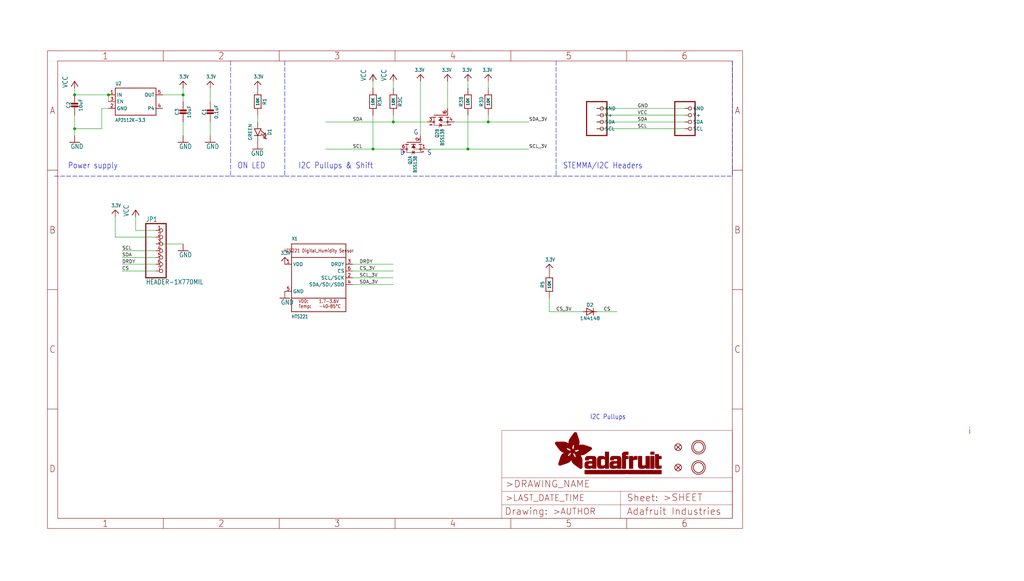
<source format=kicad_sch>
(kicad_sch (version 20211123) (generator eeschema)
  (paper "User" 383.54 217.881)
  (lib_symbols
    (symbol "eagleSchem-eagle-import:3.3V" (power)
      (property "Value" "3.3V" (at -1.524 1.016 0))
      (symbol "3.3V_1_0"
        (pin power_in line (at 0 -2.54 90) (length 2.54) (name "3.3V") (number "1"))
      )
    )
    (symbol "eagleSchem-eagle-import:CAP_CERAMIC0603_NO"
      (property "Reference" "C" (at -2.29 1.25 90))
      (property "Value" "CAP_CERAMIC0603_NO" (at 2.3 1.25 90))
      (symbol "CAP_CERAMIC0603_NO_1_0"
        (pin passive line (at 0 5.08 270) (length 2.54) (name "1") (number "1"))
        (pin passive line (at 0 -2.54 90) (length 2.54) (name "2") (number "2"))
      )
    )
    (symbol "eagleSchem-eagle-import:CAP_CERAMIC0805-NOOUTLINE"
      (property "Reference" "C" (at -2.29 1.25 90))
      (property "Value" "CAP_CERAMIC0805-NOOUTLINE" (at 2.3 1.25 90))
      (symbol "CAP_CERAMIC0805-NOOUTLINE_1_0"
        (pin passive line (at 0 5.08 270) (length 2.54) (name "1") (number "1"))
        (pin passive line (at 0 -2.54 90) (length 2.54) (name "2") (number "2"))
      )
    )
    (symbol "eagleSchem-eagle-import:DIODESOD-323"
      (property "Reference" "D" (at 0 2.54 0))
      (property "Value" "DIODESOD-323" (at 0 -2.5 0))
      (symbol "DIODESOD-323_1_0"
        (pin passive line (at -2.54 0 0) (length 2.54) (name "A") (number "A"))
        (pin passive line (at 2.54 0 180) (length 2.54) (name "C") (number "C"))
      )
    )
    (symbol "eagleSchem-eagle-import:FIDUCIAL_1MM")
    (symbol "eagleSchem-eagle-import:FRAME_A4_ADAFRUIT"
      (symbol "FRAME_A4_ADAFRUIT_0_0"
        (text "1" (at 21.6958 1.905 0) (effects (font (size 2.54 2.286))))
        (text "1" (at 21.6958 177.165 0) (effects (font (size 2.54 2.286))))
        (text "2" (at 65.0875 1.905 0) (effects (font (size 2.54 2.286))))
        (text "2" (at 65.0875 177.165 0) (effects (font (size 2.54 2.286))))
        (text "3" (at 108.4792 1.905 0) (effects (font (size 2.54 2.286))))
        (text "3" (at 108.4792 177.165 0) (effects (font (size 2.54 2.286))))
        (text "4" (at 151.8708 1.905 0) (effects (font (size 2.54 2.286))))
        (text "4" (at 151.8708 177.165 0) (effects (font (size 2.54 2.286))))
        (text "5" (at 195.2625 1.905 0) (effects (font (size 2.54 2.286))))
        (text "5" (at 195.2625 177.165 0) (effects (font (size 2.54 2.286))))
        (text "6" (at 238.6542 1.905 0) (effects (font (size 2.54 2.286))))
        (text "6" (at 238.6542 177.165 0) (effects (font (size 2.54 2.286))))
        (text "A" (at 1.905 156.6863 0) (effects (font (size 2.54 2.286))))
        (text "A" (at 258.445 156.6863 0) (effects (font (size 2.54 2.286))))
        (text "B" (at 1.905 111.9188 0) (effects (font (size 2.54 2.286))))
        (text "B" (at 258.445 111.9188 0) (effects (font (size 2.54 2.286))))
        (text "C" (at 1.905 67.1513 0) (effects (font (size 2.54 2.286))))
        (text "C" (at 258.445 67.1513 0) (effects (font (size 2.54 2.286))))
        (text "D" (at 1.905 22.3838 0) (effects (font (size 2.54 2.286))))
        (text "D" (at 258.445 22.3838 0) (effects (font (size 2.54 2.286))))
      )
      (symbol "FRAME_A4_ADAFRUIT_1_0"
        (text ">AUTHOR" (at 189.23 5.08 0) (effects (font (size 2.286 2.286)) (justify left bottom)))
        (text ">DRAWING_NAME" (at 171.45 15.24 0) (effects (font (size 2.54 2.54)) (justify left bottom)))
        (text ">LAST_DATE_TIME" (at 171.45 10.16 0) (effects (font (size 2.286 2.286)) (justify left bottom)))
        (text ">SHEET" (at 230.505 10.16 0) (effects (font (size 2.54 2.54)) (justify left bottom)))
        (text "Adafruit Industries" (at 216.916 4.953 0) (effects (font (size 2.54 2.54)) (justify left bottom)))
        (text "Drawing:" (at 171.196 4.953 0) (effects (font (size 2.54 2.54)) (justify left bottom)))
        (text "Sheet:" (at 216.916 10.033 0) (effects (font (size 2.54 2.54)) (justify left bottom)))
      )
    )
    (symbol "eagleSchem-eagle-import:GND" (power)
      (property "Value" "GND" (at -2.54 -2.54 0))
      (symbol "GND_1_0"
        (pin power_in line (at 0 2.54 270) (length 2.54) (name "GND") (number "1"))
      )
    )
    (symbol "eagleSchem-eagle-import:HEADER-1X770MIL"
      (property "Reference" "JP" (at -6.35 10.795 0))
      (property "Value" "HEADER-1X770MIL" (at -6.35 -12.7 0))
      (symbol "HEADER-1X770MIL_1_0"
        (pin passive inverted (at -2.54 7.62 0) (length 2.54) (name "1") (number "1"))
        (pin passive inverted (at -2.54 5.08 0) (length 2.54) (name "2") (number "2"))
        (pin passive inverted (at -2.54 2.54 0) (length 2.54) (name "3") (number "3"))
        (pin passive inverted (at -2.54 0 0) (length 2.54) (name "4") (number "4"))
        (pin passive inverted (at -2.54 -2.54 0) (length 2.54) (name "5") (number "5"))
        (pin passive inverted (at -2.54 -5.08 0) (length 2.54) (name "6") (number "6"))
        (pin passive inverted (at -2.54 -7.62 0) (length 2.54) (name "7") (number "7"))
      )
    )
    (symbol "eagleSchem-eagle-import:HTS221"
      (property "Reference" "X" (at -10.16 13.97 0))
      (property "Value" "HTS221" (at -10.16 -15.24 0))
      (symbol "HTS221_1_0"
        (text "-40~85°C" (at 0 -11.43 0) (effects (font (size 1.27 1.0795)) (justify left bottom)))
        (text "1.7-3.6V" (at 0 -9.525 0) (effects (font (size 1.27 1.0795)) (justify left bottom)))
        (text "HTS221 Digital_Humidity Sensor" (at 0 10.16 0) (effects (font (size 1.27 1.0795))))
        (text "Temp:" (at -7.62 -11.43 0) (effects (font (size 1.27 1.0795)) (justify left bottom)))
        (text "VDD:" (at -7.62 -9.525 0) (effects (font (size 1.27 1.0795)) (justify left bottom)))
        (pin power_in line (at -12.7 5.08 0) (length 2.54) (name "VDD") (number "1"))
        (pin input line (at 12.7 0 180) (length 2.54) (name "SCL/SCK") (number "2"))
        (pin output line (at 12.7 5.08 180) (length 2.54) (name "DRDY") (number "3"))
        (pin output line (at 12.7 -2.54 180) (length 2.54) (name "SDA/SDI/SDO") (number "4"))
        (pin power_in line (at -12.7 -5.08 0) (length 2.54) (name "GND") (number "5"))
        (pin input line (at 12.7 2.54 180) (length 2.54) (name "CS") (number "6"))
      )
    )
    (symbol "eagleSchem-eagle-import:LED0603_NOOUTLINE"
      (property "Reference" "D" (at -1.27 4.445 0))
      (property "Value" "LED0603_NOOUTLINE" (at -1.27 -2.794 0))
      (symbol "LED0603_NOOUTLINE_1_0"
        (pin passive line (at -5.08 0 0) (length 2.54) (name "A") (number "A"))
        (pin passive line (at 2.54 0 180) (length 2.54) (name "C") (number "C"))
      )
    )
    (symbol "eagleSchem-eagle-import:MOSFET-N_DUAL"
      (property "Reference" "Q" (at 5.08 0.635 0))
      (property "Value" "MOSFET-N_DUAL" (at 5.08 -1.27 0))
      (symbol "MOSFET-N_DUAL_1_0"
        (text "D" (at 3.175 3.175 0) (effects (font (size 0.8128 0.6908)) (justify left bottom)))
        (text "G" (at -1.27 -1.905 0) (effects (font (size 0.8128 0.6908)) (justify left bottom)))
        (text "S" (at 3.175 -3.81 0) (effects (font (size 0.8128 0.6908)) (justify left bottom)))
        (pin bidirectional line (at 2.54 -5.08 90) (length 2.54) (name "S") (number "1"))
        (pin bidirectional line (at -2.54 -2.54 0) (length 2.54) (name "G") (number "2"))
        (pin bidirectional line (at 2.54 5.08 270) (length 2.54) (name "D") (number "6"))
      )
      (symbol "MOSFET-N_DUAL_2_0"
        (text "D" (at 3.175 3.175 0) (effects (font (size 0.8128 0.6908)) (justify left bottom)))
        (text "G" (at -1.27 -1.905 0) (effects (font (size 0.8128 0.6908)) (justify left bottom)))
        (text "S" (at 3.175 -3.81 0) (effects (font (size 0.8128 0.6908)) (justify left bottom)))
        (pin bidirectional line (at 2.54 5.08 270) (length 2.54) (name "D") (number "3"))
        (pin bidirectional line (at 2.54 -5.08 90) (length 2.54) (name "S") (number "4"))
        (pin bidirectional line (at -2.54 -2.54 0) (length 2.54) (name "G") (number "5"))
      )
    )
    (symbol "eagleSchem-eagle-import:MOUNTINGHOLE2.5")
    (symbol "eagleSchem-eagle-import:RESISTOR_0603_NOOUT"
      (property "Reference" "R" (at 0 2.54 0))
      (property "Value" "RESISTOR_0603_NOOUT" (at 0 0 0))
      (symbol "RESISTOR_0603_NOOUT_1_0"
        (pin passive line (at -5.08 0 0) (length 2.54) (name "1") (number "1"))
        (pin passive line (at 5.08 0 180) (length 2.54) (name "2") (number "2"))
      )
    )
    (symbol "eagleSchem-eagle-import:RESISTOR_4PACK"
      (property "Reference" "R" (at 0 2.54 0))
      (property "Value" "RESISTOR_4PACK" (at 0 0 0))
      (symbol "RESISTOR_4PACK_1_0"
        (pin passive line (at -5.08 0 0) (length 2.54) (name "1") (number "1"))
        (pin passive line (at 5.08 0 180) (length 2.54) (name "2") (number "8"))
      )
      (symbol "RESISTOR_4PACK_2_0"
        (pin passive line (at -5.08 0 0) (length 2.54) (name "1") (number "2"))
        (pin passive line (at 5.08 0 180) (length 2.54) (name "2") (number "7"))
      )
      (symbol "RESISTOR_4PACK_3_0"
        (pin passive line (at -5.08 0 0) (length 2.54) (name "1") (number "3"))
        (pin passive line (at 5.08 0 180) (length 2.54) (name "2") (number "6"))
      )
      (symbol "RESISTOR_4PACK_4_0"
        (pin passive line (at -5.08 0 0) (length 2.54) (name "1") (number "4"))
        (pin passive line (at 5.08 0 180) (length 2.54) (name "2") (number "5"))
      )
    )
    (symbol "eagleSchem-eagle-import:STEMMA_I2C_QT"
      (symbol "STEMMA_I2C_QT_1_0"
        (pin passive inverted (at 0 5.08 0) (length 2.54) (name "GND") (number "1"))
        (pin passive inverted (at 0 2.54 0) (length 2.54) (name "V+") (number "2"))
        (pin passive inverted (at 0 0 0) (length 2.54) (name "SDA") (number "3"))
        (pin passive inverted (at 0 -2.54 0) (length 2.54) (name "SCL") (number "4"))
      )
      (symbol "STEMMA_I2C_QT_2_0"
        (pin bidirectional line (at 0 0 0) (length 5.08) (name "MT") (number "MT1"))
      )
      (symbol "STEMMA_I2C_QT_3_0"
        (pin bidirectional line (at 0 0 0) (length 5.08) (name "MT") (number "MT2"))
      )
    )
    (symbol "eagleSchem-eagle-import:VCC" (power)
      (property "Value" "VCC" (at -2.54 -2.54 90))
      (symbol "VCC_1_0"
        (pin power_in line (at 0 -2.54 90) (length 2.54) (name "VCC") (number "1"))
      )
    )
    (symbol "eagleSchem-eagle-import:VREG_SOT23-5"
      (property "Reference" "U" (at -7.62 6.096 0))
      (property "Value" "VREG_SOT23-5" (at -7.62 -7.62 0))
      (symbol "VREG_SOT23-5_1_0"
        (pin power_in line (at -10.16 2.54 0) (length 2.54) (name "IN") (number "1"))
        (pin power_in line (at -10.16 -2.54 0) (length 2.54) (name "GND") (number "2"))
        (pin input line (at -10.16 0 0) (length 2.54) (name "EN") (number "3"))
        (pin bidirectional line (at 10.16 -2.54 180) (length 2.54) (name "P4") (number "4"))
        (pin power_in line (at 10.16 2.54 180) (length 2.54) (name "OUT") (number "5"))
      )
    )
  )
  (junction (at 27.94 35.56))
  (junction (at 68.58 35.56))
  (junction (at 27.94 48.26))
  (junction (at 175.26 55.88))
  (junction (at 182.88 45.72))
  (junction (at 139.7 55.88))
  (junction (at 147.32 45.72))
  (junction (at 40.64 35.56))
  (wire (pts (xy 43.18 88.9) (xy 43.18 81.28)))
  (wire (pts (xy 38.1 40.64) (xy 38.1 48.26)))
  (wire (pts (xy 147.32 33.02) (xy 147.32 30.48)))
  (polyline (pts (xy 106.68 22.86) (xy 106.68 66.04)))
  (wire (pts (xy 58.42 86.36) (xy 50.8 86.36)))
  (wire (pts (xy 132.08 104.14) (xy 147.32 104.14)))
  (wire (pts (xy 256.54 45.72) (xy 223.52 45.72)))
  (wire (pts (xy 60.96 35.56) (xy 68.58 35.56)))
  (wire (pts (xy 68.58 45.72) (xy 68.58 50.8)))
  (wire (pts (xy 147.32 45.72) (xy 121.92 45.72)))
  (wire (pts (xy 147.32 43.18) (xy 147.32 45.72)))
  (wire (pts (xy 182.88 45.72) (xy 198.12 45.72)))
  (wire (pts (xy 58.42 88.9) (xy 43.18 88.9)))
  (wire (pts (xy 27.94 33.02) (xy 27.94 35.56)))
  (wire (pts (xy 68.58 35.56) (xy 68.58 38.1)))
  (wire (pts (xy 160.02 45.72) (xy 147.32 45.72)))
  (polyline (pts (xy 208.28 66.04) (xy 274.32 66.04)))
  (wire (pts (xy 40.64 35.56) (xy 27.94 35.56)))
  (wire (pts (xy 223.52 43.18) (xy 256.54 43.18)))
  (wire (pts (xy 139.7 43.18) (xy 139.7 55.88)))
  (wire (pts (xy 68.58 35.56) (xy 68.58 33.02)))
  (wire (pts (xy 175.26 33.02) (xy 175.26 30.48)))
  (wire (pts (xy 223.52 48.26) (xy 256.54 48.26)))
  (wire (pts (xy 175.26 43.18) (xy 175.26 55.88)))
  (wire (pts (xy 58.42 101.6) (xy 45.72 101.6)))
  (polyline (pts (xy 20.32 66.04) (xy 86.36 66.04)))
  (wire (pts (xy 58.42 96.52) (xy 45.72 96.52)))
  (wire (pts (xy 182.88 43.18) (xy 182.88 45.72)))
  (wire (pts (xy 223.52 116.84) (xy 231.14 116.84)))
  (wire (pts (xy 139.7 55.88) (xy 121.92 55.88)))
  (wire (pts (xy 50.8 86.36) (xy 50.8 81.28)))
  (wire (pts (xy 58.42 91.44) (xy 68.58 91.44)))
  (polyline (pts (xy 274.32 22.86) (xy 274.32 66.04)))
  (wire (pts (xy 27.94 48.26) (xy 27.94 43.18)))
  (wire (pts (xy 149.86 55.88) (xy 139.7 55.88)))
  (wire (pts (xy 27.94 48.26) (xy 27.94 50.8)))
  (polyline (pts (xy 208.28 22.86) (xy 208.28 66.04)))
  (wire (pts (xy 182.88 33.02) (xy 182.88 30.48)))
  (polyline (pts (xy 86.36 66.04) (xy 106.68 66.04)))
  (polyline (pts (xy 86.36 22.86) (xy 86.36 66.04)))
  (wire (pts (xy 139.7 30.48) (xy 139.7 33.02)))
  (wire (pts (xy 175.26 55.88) (xy 198.12 55.88)))
  (wire (pts (xy 167.64 40.64) (xy 167.64 30.48)))
  (wire (pts (xy 256.54 40.64) (xy 223.52 40.64)))
  (wire (pts (xy 160.02 55.88) (xy 175.26 55.88)))
  (wire (pts (xy 38.1 48.26) (xy 27.94 48.26)))
  (wire (pts (xy 132.08 99.06) (xy 147.32 99.06)))
  (wire (pts (xy 40.64 38.1) (xy 40.64 35.56)))
  (wire (pts (xy 96.52 45.72) (xy 96.52 43.18)))
  (wire (pts (xy 78.74 33.02) (xy 78.74 38.1)))
  (wire (pts (xy 205.74 116.84) (xy 205.74 111.76)))
  (wire (pts (xy 58.42 93.98) (xy 45.72 93.98)))
  (wire (pts (xy 218.44 116.84) (xy 205.74 116.84)))
  (wire (pts (xy 157.48 50.8) (xy 157.48 30.48)))
  (wire (pts (xy 40.64 40.64) (xy 38.1 40.64)))
  (wire (pts (xy 58.42 99.06) (xy 45.72 99.06)))
  (wire (pts (xy 78.74 45.72) (xy 78.74 50.8)))
  (wire (pts (xy 147.32 106.68) (xy 132.08 106.68)))
  (wire (pts (xy 132.08 101.6) (xy 147.32 101.6)))
  (polyline (pts (xy 106.68 66.04) (xy 208.28 66.04)))
  (polyline (pts (xy 363.22 162.56) (xy 363.22 160.02)))
  (wire (pts (xy 170.18 45.72) (xy 182.88 45.72)))
  (text "Power supply" (at 25.4 63.5 180) (effects (font (size 2.1844 1.8567)) (justify left bottom)))
  (text "STEMMA/I2C Headers" (at 210.82 63.5 180) (effects (font (size 2.1844 1.8567)) (justify left bottom)))
  (text "G" (at 154.94 50.8 180) (effects (font (size 1.778 1.5113)) (justify left bottom)))
  (text "ON LED" (at 88.9 63.5 180) (effects (font (size 2.1844 1.8567)) (justify left bottom)))
  (text "S" (at 160.02 58.42 180) (effects (font (size 1.778 1.5113)) (justify left bottom)))
  (text "D" (at 149.86 58.42 180) (effects (font (size 1.778 1.5113)) (justify left bottom)))
  (text "I2C Pullups & Shift" (at 111.76 63.5 180) (effects (font (size 2.1844 1.8567)) (justify left bottom)))
  (text "I2C Pullups" (at 220.98 157.48 180) (effects (font (size 1.778 1.5113)) (justify left bottom)))
  (label "SCL_3V" (at 134.62 104.14 0) (effects (font (size 1.2446 1.2446))))
  (label "CS_3V" (at 134.62 101.6 0) (effects (font (size 1.2446 1.2446))))
  (label "SCL_3V" (at 198.12 55.88 0) (effects (font (size 1.2446 1.2446))))
  (label "SCL" (at 238.76 48.26 0) (effects (font (size 1.2446 1.2446))))
  (label "VCC" (at 238.76 43.18 0) (effects (font (size 1.2446 1.2446))))
  (label "SCL" (at 132.08 55.88 0) (effects (font (size 1.2446 1.2446))))
  (label "CS" (at 226.06 116.84 0) (effects (font (size 1.2446 1.2446))))
  (label "CS" (at 45.72 101.6 0) (effects (font (size 1.2446 1.2446))))
  (label "GND" (at 238.76 40.64 0) (effects (font (size 1.2446 1.2446))))
  (label "CS_3V" (at 208.28 116.84 0) (effects (font (size 1.2446 1.2446))))
  (label "DRDY" (at 134.62 99.06 0) (effects (font (size 1.2446 1.2446))))
  (label "SDA_3V" (at 134.62 106.68 0) (effects (font (size 1.2446 1.2446))))
  (label "SDA_3V" (at 198.12 45.72 0) (effects (font (size 1.2446 1.2446))))
  (label "SDA" (at 132.08 45.72 0) (effects (font (size 1.2446 1.2446))))
  (label "DRDY" (at 45.72 99.06 0) (effects (font (size 1.2446 1.2446))))
  (label "SCL" (at 45.72 93.98 0) (effects (font (size 1.2446 1.2446))))
  (label "SDA" (at 238.76 45.72 0) (effects (font (size 1.2446 1.2446))))
  (label "SDA" (at 45.72 96.52 0) (effects (font (size 1.2446 1.2446))))
  (symbol (lib_id "eagleSchem-eagle-import:FIDUCIAL_1MM") (at 254 167.64 0) (unit 1)
    (property "Reference" "FID4" (effects hide))
    (property "Value" "FIDUCIAL_1MM" (effects hide))
    (property "Footprint" "eagleSchem:FIDUCIAL_1MM" (effects hide))
  )
  (symbol (lib_id "eagleSchem-eagle-import:GND") (at 106.68 111.76 0) (unit 1)
    (property "Reference" "#U$11" (effects hide))
    (property "Value" "GND" (at 105.156 114.3 0) (effects (font (size 1.778 1.5113)) (justify left bottom)))
    (property "Footprint" "eagleSchem:" (effects hide))
  )
  (symbol (lib_id "eagleSchem-eagle-import:3.3V") (at 43.18 78.74 0) (unit 1)
    (property "Reference" "#U$16" (effects hide))
    (property "Value" "3.3V" (at 41.656 77.724 0) (effects (font (size 1.27 1.0795)) (justify left bottom)))
    (property "Footprint" "eagleSchem:" (effects hide))
  )
  (symbol (lib_id "eagleSchem-eagle-import:3.3V") (at 68.58 30.48 0) (unit 1)
    (property "Reference" "#U$15" (effects hide))
    (property "Value" "3.3V" (at 67.056 29.464 0) (effects (font (size 1.27 1.0795)) (justify left bottom)))
    (property "Footprint" "eagleSchem:" (effects hide))
  )
  (symbol (lib_id "eagleSchem-eagle-import:VCC") (at 139.7 27.94 0) (unit 1)
    (property "Reference" "#P+1" (effects hide))
    (property "Value" "VCC" (at 137.16 30.48 90) (effects (font (size 1.778 1.5113)) (justify left bottom)))
    (property "Footprint" "eagleSchem:" (effects hide))
  )
  (symbol (lib_id "eagleSchem-eagle-import:MOSFET-N_DUAL") (at 154.94 53.34 90) (mirror x) (unit 1)
    (property "Reference" "Q2" (at 154.305 58.42 0) (effects (font (size 1.27 1.0795)) (justify left bottom)))
    (property "Value" "BSS138" (at 156.21 58.42 0) (effects (font (size 1.27 1.0795)) (justify left bottom)))
    (property "Footprint" "eagleSchem:SOT363" (effects hide))
  )
  (symbol (lib_id "eagleSchem-eagle-import:DIODESOD-323") (at 220.98 116.84 0) (unit 1)
    (property "Reference" "D2" (at 220.98 114.3 0))
    (property "Value" "1N4148" (at 220.98 119.34 0))
    (property "Footprint" "eagleSchem:SOD-323" (effects hide))
  )
  (symbol (lib_id "eagleSchem-eagle-import:FIDUCIAL_1MM") (at 254 175.26 0) (unit 1)
    (property "Reference" "FID3" (effects hide))
    (property "Value" "FIDUCIAL_1MM" (effects hide))
    (property "Footprint" "eagleSchem:FIDUCIAL_1MM" (effects hide))
  )
  (symbol (lib_id "eagleSchem-eagle-import:VREG_SOT23-5") (at 50.8 38.1 0) (unit 1)
    (property "Reference" "U2" (at 43.18 32.004 0) (effects (font (size 1.27 1.0795)) (justify left bottom)))
    (property "Value" "AP2112K-3.3" (at 43.18 45.72 0) (effects (font (size 1.27 1.0795)) (justify left bottom)))
    (property "Footprint" "eagleSchem:SOT23-5" (effects hide))
  )
  (symbol (lib_id "eagleSchem-eagle-import:3.3V") (at 157.48 27.94 0) (mirror y) (unit 1)
    (property "Reference" "#U$26" (effects hide))
    (property "Value" "3.3V" (at 159.004 26.924 0) (effects (font (size 1.27 1.0795)) (justify left bottom)))
    (property "Footprint" "eagleSchem:" (effects hide))
  )
  (symbol (lib_id "eagleSchem-eagle-import:VCC") (at 27.94 30.48 0) (unit 1)
    (property "Reference" "#P+3" (effects hide))
    (property "Value" "VCC" (at 25.4 33.02 90) (effects (font (size 1.778 1.5113)) (justify left bottom)))
    (property "Footprint" "eagleSchem:" (effects hide))
  )
  (symbol (lib_id "eagleSchem-eagle-import:CAP_CERAMIC0805-NOOUTLINE") (at 68.58 43.18 0) (unit 1)
    (property "Reference" "C3" (at 66.29 41.93 90))
    (property "Value" "10uF" (at 70.88 41.93 90))
    (property "Footprint" "eagleSchem:0805-NO" (effects hide))
  )
  (symbol (lib_id "eagleSchem-eagle-import:MOUNTINGHOLE2.5") (at 261.62 175.26 0) (unit 1)
    (property "Reference" "U$1" (effects hide))
    (property "Value" "MOUNTINGHOLE2.5" (effects hide))
    (property "Footprint" "eagleSchem:MOUNTINGHOLE_2.5_PLATED" (effects hide))
  )
  (symbol (lib_id "eagleSchem-eagle-import:VCC") (at 147.32 27.94 0) (unit 1)
    (property "Reference" "#P+2" (effects hide))
    (property "Value" "VCC" (at 144.78 30.48 90) (effects (font (size 1.778 1.5113)) (justify left bottom)))
    (property "Footprint" "eagleSchem:" (effects hide))
  )
  (symbol (lib_id "eagleSchem-eagle-import:MOSFET-N_DUAL") (at 165.1 43.18 90) (mirror x) (unit 2)
    (property "Reference" "Q2" (at 164.465 48.26 0) (effects (font (size 1.27 1.0795)) (justify left bottom)))
    (property "Value" "BSS138" (at 166.37 48.26 0) (effects (font (size 1.27 1.0795)) (justify left bottom)))
    (property "Footprint" "eagleSchem:SOT363" (effects hide))
  )
  (symbol (lib_id "eagleSchem-eagle-import:RESISTOR_4PACK") (at 182.88 38.1 90) (mirror x) (unit 4)
    (property "Reference" "R3" (at 180.34 38.1 0))
    (property "Value" "10K" (at 182.88 38.1 0) (effects (font (size 1.016 1.016) bold)))
    (property "Footprint" "eagleSchem:RESPACK_4X0603" (effects hide))
  )
  (symbol (lib_id "eagleSchem-eagle-import:3.3V") (at 175.26 27.94 0) (mirror y) (unit 1)
    (property "Reference" "#U$24" (effects hide))
    (property "Value" "3.3V" (at 176.784 26.924 0) (effects (font (size 1.27 1.0795)) (justify left bottom)))
    (property "Footprint" "eagleSchem:" (effects hide))
  )
  (symbol (lib_id "eagleSchem-eagle-import:GND") (at 27.94 53.34 0) (unit 1)
    (property "Reference" "#U$13" (effects hide))
    (property "Value" "GND" (at 26.416 55.88 0) (effects (font (size 1.778 1.5113)) (justify left bottom)))
    (property "Footprint" "eagleSchem:" (effects hide))
  )
  (symbol (lib_id "eagleSchem-eagle-import:HEADER-1X770MIL") (at 60.96 93.98 0) (unit 1)
    (property "Reference" "JP1" (at 54.61 83.185 0) (effects (font (size 1.778 1.5113)) (justify left bottom)))
    (property "Value" "HEADER-1X770MIL" (at 54.61 106.68 0) (effects (font (size 1.778 1.5113)) (justify left bottom)))
    (property "Footprint" "eagleSchem:1X07_ROUND_70" (effects hide))
  )
  (symbol (lib_id "eagleSchem-eagle-import:RESISTOR_0603_NOOUT") (at 96.52 38.1 270) (unit 1)
    (property "Reference" "R1" (at 99.06 38.1 0))
    (property "Value" "10K" (at 96.52 38.1 0) (effects (font (size 1.016 1.016) bold)))
    (property "Footprint" "eagleSchem:0603-NO" (effects hide))
  )
  (symbol (lib_id "eagleSchem-eagle-import:LED0603_NOOUTLINE") (at 96.52 50.8 270) (unit 1)
    (property "Reference" "D1" (at 100.965 49.53 0))
    (property "Value" "GREEN" (at 93.726 49.53 0))
    (property "Footprint" "eagleSchem:CHIPLED_0603_NOOUTLINE" (effects hide))
  )
  (symbol (lib_id "eagleSchem-eagle-import:RESISTOR_0603_NOOUT") (at 205.74 106.68 90) (unit 1)
    (property "Reference" "R5" (at 203.2 106.68 0))
    (property "Value" "10K" (at 205.74 106.68 0) (effects (font (size 1.016 1.016) bold)))
    (property "Footprint" "eagleSchem:0603-NO" (effects hide))
  )
  (symbol (lib_id "eagleSchem-eagle-import:3.3V") (at 78.74 30.48 0) (unit 1)
    (property "Reference" "#U$14" (effects hide))
    (property "Value" "3.3V" (at 77.216 29.464 0) (effects (font (size 1.27 1.0795)) (justify left bottom)))
    (property "Footprint" "eagleSchem:" (effects hide))
  )
  (symbol (lib_id "eagleSchem-eagle-import:GND") (at 68.58 53.34 0) (unit 1)
    (property "Reference" "#U$5" (effects hide))
    (property "Value" "GND" (at 67.056 55.88 0) (effects (font (size 1.778 1.5113)) (justify left bottom)))
    (property "Footprint" "eagleSchem:" (effects hide))
  )
  (symbol (lib_id "eagleSchem-eagle-import:VCC") (at 50.8 78.74 0) (unit 1)
    (property "Reference" "#P+4" (effects hide))
    (property "Value" "VCC" (at 48.26 81.28 90) (effects (font (size 1.778 1.5113)) (justify left bottom)))
    (property "Footprint" "eagleSchem:" (effects hide))
  )
  (symbol (lib_id "eagleSchem-eagle-import:RESISTOR_4PACK") (at 147.32 38.1 270) (unit 3)
    (property "Reference" "R3" (at 149.86 38.1 0))
    (property "Value" "10K" (at 147.32 38.1 0) (effects (font (size 1.016 1.016) bold)))
    (property "Footprint" "eagleSchem:RESPACK_4X0603" (effects hide))
  )
  (symbol (lib_id "eagleSchem-eagle-import:STEMMA_I2C_QT") (at 256.54 45.72 0) (unit 1)
    (property "Reference" "CONN4" (effects hide))
    (property "Value" "STEMMA_I2C_QT" (effects hide))
    (property "Footprint" "eagleSchem:JST_SH4" (effects hide))
  )
  (symbol (lib_id "eagleSchem-eagle-import:MOUNTINGHOLE2.5") (at 261.62 167.64 0) (unit 1)
    (property "Reference" "U$17" (effects hide))
    (property "Value" "MOUNTINGHOLE2.5" (effects hide))
    (property "Footprint" "eagleSchem:MOUNTINGHOLE_2.5_PLATED" (effects hide))
  )
  (symbol (lib_id "eagleSchem-eagle-import:GND") (at 78.74 53.34 0) (unit 1)
    (property "Reference" "#U$6" (effects hide))
    (property "Value" "GND" (at 77.216 55.88 0) (effects (font (size 1.778 1.5113)) (justify left bottom)))
    (property "Footprint" "eagleSchem:" (effects hide))
  )
  (symbol (lib_id "eagleSchem-eagle-import:FRAME_A4_ADAFRUIT") (at 17.78 198.12 0) (unit 1)
    (property "Reference" "#U$18" (effects hide))
    (property "Value" "FRAME_A4_ADAFRUIT" (effects hide))
    (property "Footprint" "eagleSchem:" (effects hide))
  )
  (symbol (lib_id "eagleSchem-eagle-import:3.3V") (at 182.88 27.94 0) (mirror y) (unit 1)
    (property "Reference" "#U$7" (effects hide))
    (property "Value" "3.3V" (at 184.404 26.924 0) (effects (font (size 1.27 1.0795)) (justify left bottom)))
    (property "Footprint" "eagleSchem:" (effects hide))
  )
  (symbol (lib_id "eagleSchem-eagle-import:HTS221") (at 119.38 104.14 0) (unit 1)
    (property "Reference" "X1" (at 109.22 90.17 0) (effects (font (size 1.27 1.0795)) (justify left bottom)))
    (property "Value" "HTS221" (at 109.22 119.38 0) (effects (font (size 1.27 1.0795)) (justify left bottom)))
    (property "Footprint" "eagleSchem:HLGA-6L" (effects hide))
  )
  (symbol (lib_id "eagleSchem-eagle-import:GND") (at 96.52 55.88 0) (unit 1)
    (property "Reference" "#GND6" (effects hide))
    (property "Value" "GND" (at 93.98 58.42 0) (effects (font (size 1.778 1.5113)) (justify left bottom)))
    (property "Footprint" "eagleSchem:" (effects hide))
  )
  (symbol (lib_id "eagleSchem-eagle-import:STEMMA_I2C_QT") (at 223.52 45.72 0) (unit 1)
    (property "Reference" "CONN3" (effects hide))
    (property "Value" "STEMMA_I2C_QT" (effects hide))
    (property "Footprint" "eagleSchem:JST_SH4" (effects hide))
  )
  (symbol (lib_id "eagleSchem-eagle-import:3.3V") (at 167.64 27.94 0) (mirror y) (unit 1)
    (property "Reference" "#U$23" (effects hide))
    (property "Value" "3.3V" (at 169.164 26.924 0) (effects (font (size 1.27 1.0795)) (justify left bottom)))
    (property "Footprint" "eagleSchem:" (effects hide))
  )
  (symbol (lib_id "eagleSchem-eagle-import:CAP_CERAMIC0805-NOOUTLINE") (at 27.94 40.64 0) (unit 1)
    (property "Reference" "C2" (at 25.65 39.39 90))
    (property "Value" "10uF" (at 30.24 39.39 90))
    (property "Footprint" "eagleSchem:0805-NO" (effects hide))
  )
  (symbol (lib_id "eagleSchem-eagle-import:RESISTOR_4PACK") (at 175.26 38.1 90) (mirror x) (unit 2)
    (property "Reference" "R3" (at 172.72 38.1 0))
    (property "Value" "10K" (at 175.26 38.1 0) (effects (font (size 1.016 1.016) bold)))
    (property "Footprint" "eagleSchem:RESPACK_4X0603" (effects hide))
  )
  (symbol (lib_id "eagleSchem-eagle-import:3.3V") (at 106.68 96.52 0) (unit 1)
    (property "Reference" "#U$2" (effects hide))
    (property "Value" "3.3V" (at 105.156 95.504 0) (effects (font (size 1.27 1.0795)) (justify left bottom)))
    (property "Footprint" "eagleSchem:" (effects hide))
  )
  (symbol (lib_id "eagleSchem-eagle-import:3.3V") (at 205.74 99.06 0) (unit 1)
    (property "Reference" "#U$42" (effects hide))
    (property "Value" "3.3V" (at 204.216 98.044 0) (effects (font (size 1.27 1.0795)) (justify left bottom)))
    (property "Footprint" "eagleSchem:" (effects hide))
  )
  (symbol (lib_id "eagleSchem-eagle-import:RESISTOR_4PACK") (at 139.7 38.1 270) (unit 1)
    (property "Reference" "R3" (at 142.24 38.1 0))
    (property "Value" "10K" (at 139.7 38.1 0) (effects (font (size 1.016 1.016) bold)))
    (property "Footprint" "eagleSchem:RESPACK_4X0603" (effects hide))
  )
  (symbol (lib_id "eagleSchem-eagle-import:GND") (at 68.58 93.98 0) (unit 1)
    (property "Reference" "#U$10" (effects hide))
    (property "Value" "GND" (at 67.056 96.52 0) (effects (font (size 1.778 1.5113)) (justify left bottom)))
    (property "Footprint" "eagleSchem:" (effects hide))
  )
  (symbol (lib_id "eagleSchem-eagle-import:3.3V") (at 96.52 30.48 0) (unit 1)
    (property "Reference" "#U$3" (effects hide))
    (property "Value" "3.3V" (at 94.996 29.464 0) (effects (font (size 1.27 1.0795)) (justify left bottom)))
    (property "Footprint" "eagleSchem:" (effects hide))
  )
  (symbol (lib_id "eagleSchem-eagle-import:CAP_CERAMIC0603_NO") (at 78.74 43.18 0) (unit 1)
    (property "Reference" "C1" (at 76.45 41.93 90))
    (property "Value" "0.1uF" (at 81.04 41.93 90))
    (property "Footprint" "eagleSchem:0603-NO" (effects hide))
  )
)
</source>
